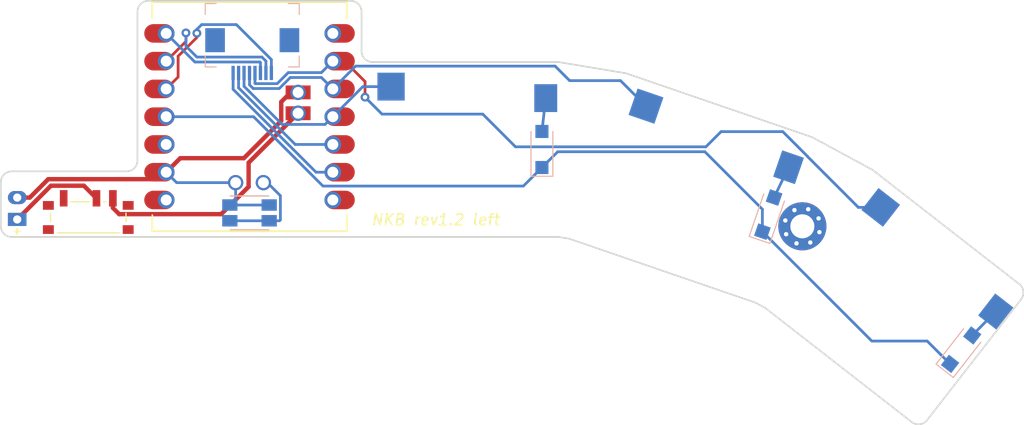
<source format=kicad_pcb>
(kicad_pcb (version 20221018) (generator pcbnew)
  (title_block (title "left_thumbs") (rev "rev1.2") (company "nikservik"))
  (layers (0 "F.Cu" signal) (31 "B.Cu" signal) (34 "B.Paste" user) (35 "F.Paste" user) (36 "B.SilkS" user "B.Silkscreen") (37 "F.SilkS" user "F.Silkscreen") (38 "B.Mask" user) (39 "F.Mask" user) (44 "Edge.Cuts" user))
  (net 0 "")
  (net 1 "CT3")
  (net 2 "RLT4")
  (net 3 "S1_s2d")
  (net 4 "CT4")
  (net 5 "S2_s2d")
  (net 6 "CT5")
  (net 7 "S3_s2d")
  (net 8 "P0")
  (net 9 "CT1")
  (net 10 "CT2")
  (net 11 "P6")
  (net 12 "RLT1")
  (net 13 "RLT2")
  (net 14 "RLT3")
  (net 15 "RAW3V3")
  (net 16 "GND")
  (net 17 "RAW5V")
  (net 18 "BATP")
  (net 19 "RST")
  (net 20 "BAT_P")
  (footprint "GateronLowProfileSwitch" (layer "F.Cu") (at 240.291967 41.88441)
    (fp_text reference "S1" hide)
    (fp_text value "" hide)
    (pad "" np_thru_hole circle (at -2.6 -5.75) (size 3 3) (drill 3) (layers "*.Cu" "*.Mask"))
    (pad "" np_thru_hole circle (at 0 0) (size 5.1 5.1) (drill 5.1) (layers "*.Cu" "*.Mask"))
    (pad "" np_thru_hole circle (at 4.4 -4.7) (size 3 3) (drill 3) (layers "*.Cu" "*.Mask"))
    (pad "1" smd rect (at -6.3 -5.75) (size 2.5 2.55) (layers "B.Cu" "B.Paste" "B.Mask") (net 1 "CT3"))
    (pad "2" smd rect (at 7.85 -4.7) (size 2.1 2.55) (layers "B.Cu" "B.Paste" "B.Mask") (net 3 "S1_s2d"))
  )
  (footprint "power_switch" (layer "F.Cu") (at 206.291967 48.08441 -90)
    (fp_text reference "SW1" hide)
    (fp_text value "" (at 0 0 -90) (layer "F.SilkS") (effects (font (size 1.27 1.27))))
    (fp_line (start -1.425 -1.4) (end -1.425 -1.6) (stroke (width 0.12)) (layer "F.SilkS"))
    (fp_line (start -1.425 1.6) (end -1.425 -0.1) (stroke (width 0.12)) (layer "F.SilkS"))
    (fp_line (start -0.375 3.45) (end 0.415 3.45) (stroke (width 0.12)) (layer "F.SilkS"))
    (fp_line (start 0.415 -3.45) (end -0.375 -3.45) (stroke (width 0.12)) (layer "F.SilkS"))
    (fp_line (start 1.425 2.85) (end 1.425 -2.85) (stroke (width 0.12)) (layer "F.SilkS"))
    (pad "" smd rect (at -1.085 -3.65) (size 1 0.8) (layers "F.Cu" "F.Paste" "F.Mask"))
    (pad "" smd rect (at -1.085 3.65) (size 1 0.8) (layers "F.Cu" "F.Paste" "F.Mask"))
    (pad "" np_thru_hole circle (at 0.025 -1.5) (size 0.9 0.9) (drill 0.9) (layers "*.Cu" "*.Mask"))
    (pad "" np_thru_hole circle (at 0.025 1.5) (size 0.9 0.9) (drill 0.9) (layers "*.Cu" "*.Mask"))
    (pad "" smd rect (at 1.125 -3.65) (size 1 0.8) (layers "F.Cu" "F.Paste" "F.Mask"))
    (pad "" smd rect (at 1.125 3.65) (size 1 0.8) (layers "F.Cu" "F.Paste" "F.Mask"))
    (pad "1" smd rect (at -1.735 2.25) (size 0.7 1.5) (layers "F.Cu" "F.Paste" "F.Mask"))
    (pad "2" smd rect (at -1.735 -0.75) (size 0.7 1.5) (layers "F.Cu" "F.Paste" "F.Mask") (net 20 "BAT_P"))
    (pad "3" smd rect (at -1.735 -2.25) (size 0.7 1.5) (layers "F.Cu" "F.Paste" "F.Mask") (net 18 "BATP"))
  )
  (footprint "sw_reset_side" (layer "F.Cu") (at 221.041967 47.68441 -90)
    (fp_text reference "SW2" hide)
    (fp_text value "" (at 0 0 -90) (layer "F.SilkS") (effects (font (size 1.27 1.27))))
    (fp_line (start -1.55 -1.75) (end -1.55 1.75) (stroke (width 0.12)) (layer "B.SilkS"))
    (fp_line (start 1.55 1.75) (end 1.55 -1.75) (stroke (width 0.12)) (layer "B.SilkS"))
    (pad "1" smd rect (at -0.72 -1.8 180) (size 1.4 1.05) (layers "B.Cu" "B.Paste" "B.Mask") (net 16 "GND"))
    (pad "1" smd rect (at -0.72 1.8 180) (size 1.4 1.05) (layers "B.Cu" "B.Paste" "B.Mask") (net 16 "GND"))
    (pad "2" smd rect (at 0.72 -1.8 180) (size 1.4 1.05) (layers "B.Cu" "B.Paste" "B.Mask") (net 19 "RST"))
    (pad "2" smd rect (at 0.72 1.8 180) (size 1.4 1.05) (layers "B.Cu" "B.Paste" "B.Mask") (net 19 "RST"))
  )
  (footprint "MountingHole_2.2mm_M2_Pad_Via" (layer "F.Cu") (at 271.61651 48.91199 -18.952)
    (fp_text reference "_3" hide)
    (fp_text value "" (at 0 0 -18.952) (layer "F.SilkS") (effects (font (size 1.27 1.27))))
    (pad "1" thru_hole circle (at -1.65 0) (size 0.7 0.7) (drill 0.4) (layers "*.Cu" "*.Mask"))
    (pad "1" thru_hole circle (at -1.166726 -1.166726) (size 0.7 0.7) (drill 0.4) (layers "*.Cu" "*.Mask"))
    (pad "1" thru_hole circle (at -1.166726 1.166726) (size 0.7 0.7) (drill 0.4) (layers "*.Cu" "*.Mask"))
    (pad "1" thru_hole circle (at 0 -1.65) (size 0.7 0.7) (drill 0.4) (layers "*.Cu" "*.Mask"))
    (pad "1" thru_hole circle (at 0 0) (size 4.4 4.4) (drill 2.2) (layers "*.Cu" "*.Mask"))
    (pad "1" thru_hole circle (at 0 1.65) (size 0.7 0.7) (drill 0.4) (layers "*.Cu" "*.Mask"))
    (pad "1" thru_hole circle (at 1.166726 -1.166726) (size 0.7 0.7) (drill 0.4) (layers "*.Cu" "*.Mask"))
    (pad "1" thru_hole circle (at 1.166726 1.166726) (size 0.7 0.7) (drill 0.4) (layers "*.Cu" "*.Mask"))
    (pad "1" thru_hole circle (at 1.65 0) (size 0.7 0.7) (drill 0.4) (layers "*.Cu" "*.Mask"))
  )
  (footprint "GateronLowProfileSwitch" (layer "F.Cu") (at 261.401967 45.40441 -18.952)
    (fp_text reference "S2" hide)
    (fp_text value "" hide)
    (pad "" np_thru_hole circle (at -2.6 -5.75) (size 3 3) (drill 3) (layers "*.Cu" "*.Mask"))
    (pad "" np_thru_hole circle (at 0 0) (size 5.1 5.1) (drill 5.1) (layers "*.Cu" "*.Mask"))
    (pad "" np_thru_hole circle (at 4.4 -4.7) (size 3 3) (drill 3) (layers "*.Cu" "*.Mask"))
    (pad "1" smd rect (at -6.3 -5.75 341.048) (size 2.5 2.55) (layers "B.Cu" "B.Paste" "B.Mask") (net 4 "CT4"))
    (pad "2" smd rect (at 7.85 -4.7 341.048) (size 2.1 2.55) (layers "B.Cu" "B.Paste" "B.Mask") (net 5 "S2_s2d"))
  )
  (footprint "Seeeduino XIAO nRF52840" (layer "F.Cu") (at 221.041967 38.88441 180)
    (fp_text reference "" (at 0 0 180) (layer "F.SilkS") (effects (font (size 1.27 1.27))))
    (fp_text value "" (at 0 0 180) (layer "F.SilkS") (effects (font (size 1.27 1.27))))
    (fp_line (start -8.89 -10.48) (end -8.89 -9) (stroke (width 0.15)) (layer "F.SilkS"))
    (fp_line (start -8.89 10.48) (end -8.89 9) (stroke (width 0.15)) (layer "F.SilkS"))
    (fp_line (start -8.89 10.48) (end 8.89 10.48) (stroke (width 0.15)) (layer "F.SilkS"))
    (fp_line (start 8.89 -10.48) (end -8.89 -10.48) (stroke (width 0.15)) (layer "F.SilkS"))
    (fp_line (start 8.89 -10.48) (end 8.89 -9) (stroke (width 0.15)) (layer "F.SilkS"))
    (fp_line (start 8.89 10.48) (end 8.89 9) (stroke (width 0.15)) (layer "F.SilkS"))
    (pad "" thru_hole circle (at -4.445 0.317) (size 1.4 1.4) (drill 1) (layers "*.Cu" "*.Mask") (net 18 "BATP"))
    (pad "" smd rect (at -4.445 0.317 180) (size 2.286 1.27) (layers "F.Cu" "F.Paste" "F.Mask") (net 18 "BATP"))
    (pad "" thru_hole circle (at -4.445 2.222) (size 1.4 1.4) (drill 1) (layers "*.Cu" "*.Mask") (net 16 "GND"))
    (pad "" smd rect (at -4.445 2.222 180) (size 2.286 1.27) (layers "F.Cu" "F.Paste" "F.Mask") (net 16 "GND"))
    (pad "" thru_hole circle (at -1.27 -6.033) (size 1.4 1.4) (drill 1) (layers "*.Cu" "*.Mask") (net 19 "RST"))
    (pad "" thru_hole circle (at 1.27 -6.033) (size 1.4 1.4) (drill 1) (layers "*.Cu" "*.Mask") (net 16 "GND"))
    (pad "1" smd oval (at -8.255 -7.62 180) (size 2.75 1.7) (layers "F.Cu" "F.Paste" "F.Mask") (net 8 "P0"))
    (pad "1" thru_hole circle (at -7.62 -7.62) (size 1.53 1.53) (drill 1) (layers "*.Cu" "*.Mask") (net 8 "P0"))
    (pad "2" smd oval (at -8.255 -5.08 180) (size 2.75 1.7) (layers "F.Cu" "F.Paste" "F.Mask") (net 9 "CT1"))
    (pad "2" thru_hole circle (at -7.62 -5.08) (size 1.53 1.53) (drill 1) (layers "*.Cu" "*.Mask") (net 9 "CT1"))
    (pad "3" smd oval (at -8.255 -2.54 180) (size 2.75 1.7) (layers "F.Cu" "F.Paste" "F.Mask") (net 10 "CT2"))
    (pad "3" thru_hole circle (at -7.62 -2.54) (size 1.53 1.53) (drill 1) (layers "*.Cu" "*.Mask") (net 10 "CT2"))
    (pad "4" smd oval (at -8.255 0 180) (size 2.75 1.7) (layers "F.Cu" "F.Paste" "F.Mask") (net 1 "CT3"))
    (pad "4" thru_hole circle (at -7.62 0) (size 1.53 1.53) (drill 1) (layers "*.Cu" "*.Mask") (net 1 "CT3"))
    (pad "5" smd oval (at -8.255 2.54 180) (size 2.75 1.7) (layers "F.Cu" "F.Paste" "F.Mask") (net 4 "CT4"))
    (pad "5" thru_hole circle (at -7.62 2.54) (size 1.53 1.53) (drill 1) (layers "*.Cu" "*.Mask") (net 4 "CT4"))
    (pad "6" smd oval (at -8.255 5.08 180) (size 2.75 1.7) (layers "F.Cu" "F.Paste" "F.Mask") (net 6 "CT5"))
    (pad "6" thru_hole circle (at -7.62 5.08) (size 1.53 1.53) (drill 1) (layers "*.Cu" "*.Mask") (net 6 "CT5"))
    (pad "7" smd oval (at -8.255 7.62 180) (size 2.75 1.7) (layers "F.Cu" "F.Paste" "F.Mask") (net 11 "P6"))
    (pad "7" thru_hole circle (at -7.62 7.62) (size 1.53 1.53) (drill 1) (layers "*.Cu" "*.Mask") (net 11 "P6"))
    (pad "8" thru_hole circle (at 7.62 7.62) (size 1.53 1.53) (drill 1) (layers "*.Cu" "*.Mask") (net 12 "RLT1"))
    (pad "8" smd oval (at 8.255 7.62 180) (size 2.75 1.7) (layers "F.Cu" "F.Paste" "F.Mask") (net 12 "RLT1"))
    (pad "9" thru_hole circle (at 7.62 5.08) (size 1.53 1.53) (drill 1) (layers "*.Cu" "*.Mask") (net 13 "RLT2"))
    (pad "9" smd oval (at 8.255 5.08 180) (size 2.75 1.7) (layers "F.Cu" "F.Paste" "F.Mask") (net 13 "RLT2"))
    (pad "10" thru_hole circle (at 7.62 2.54) (size 1.53 1.53) (drill 1) (layers "*.Cu" "*.Mask") (net 14 "RLT3"))
    (pad "10" smd oval (at 8.255 2.54 180) (size 2.75 1.7) (layers "F.Cu" "F.Paste" "F.Mask") (net 14 "RLT3"))
    (pad "11" thru_hole circle (at 7.62 0) (size 1.53 1.53) (drill 1) (layers "*.Cu" "*.Mask") (net 2 "RLT4"))
    (pad "11" smd oval (at 8.255 0 180) (size 2.75 1.7) (layers "F.Cu" "F.Paste" "F.Mask") (net 2 "RLT4"))
    (pad "12" thru_hole circle (at 7.62 -2.54) (size 1.53 1.53) (drill 1) (layers "*.Cu" "*.Mask") (net 15 "RAW3V3"))
    (pad "12" smd oval (at 8.255 -2.54 180) (size 2.75 1.7) (layers "F.Cu" "F.Paste" "F.Mask") (net 15 "RAW3V3"))
    (pad "13" thru_hole circle (at 7.62 -5.08) (size 1.53 1.53) (drill 1) (layers "*.Cu" "*.Mask") (net 16 "GND"))
    (pad "13" smd oval (at 8.255 -5.08 180) (size 2.75 1.7) (layers "F.Cu" "F.Paste" "F.Mask") (net 16 "GND"))
    (pad "14" thru_hole circle (at 7.62 -7.62) (size 1.53 1.53) (drill 1) (layers "*.Cu" "*.Mask") (net 17 "RAW5V"))
    (pad "14" smd oval (at 8.255 -7.62 180) (size 2.75 1.7) (layers "F.Cu" "F.Paste" "F.Mask") (net 17 "RAW5V"))
  )
  (footprint "GateronLowProfileSwitch" (layer "F.Cu") (at 280.224404 55.589614 -37.904)
    (fp_text reference "S3" hide)
    (fp_text value "" hide)
    (pad "" np_thru_hole circle (at -2.6 -5.75) (size 3 3) (drill 3) (layers "*.Cu" "*.Mask"))
    (pad "" np_thru_hole circle (at 0 0) (size 5.1 5.1) (drill 5.1) (layers "*.Cu" "*.Mask"))
    (pad "" np_thru_hole circle (at 4.4 -4.7) (size 3 3) (drill 3) (layers "*.Cu" "*.Mask"))
    (pad "1" smd rect (at -6.3 -5.75 322.096) (size 2.5 2.55) (layers "B.Cu" "B.Paste" "B.Mask") (net 6 "CT5"))
    (pad "2" smd rect (at 7.85 -4.7 322.096) (size 2.1 2.55) (layers "B.Cu" "B.Paste" "B.Mask") (net 7 "S3_s2d"))
  )
  (footprint "BatteryPad" (layer "F.Cu") (at 199.791967 47.28441 90)
    (fp_text reference "BAT1" hide)
    (fp_text value "" hide)
    (fp_line (start -2.1 -0.25) (end -2.1 0.25) (stroke (width 0.15)) (layer "F.SilkS"))
    (fp_line (start -1.85 0) (end -2.35 0) (stroke (width 0.15)) (layer "F.SilkS"))
    (pad "1" thru_hole rect (at -1 0 90) (size 1.2 1.7) (drill 0.75) (layers "*.Cu" "*.Mask") (net 20 "BAT_P"))
    (pad "2" thru_hole oval (at 1 0 90) (size 1.2 1.7) (drill 0.75) (layers "*.Cu" "*.Mask") (net 16 "GND"))
  )
  (footprint "SmdDiode" (layer "B.Cu") (at 261.401967 45.40441 -18.952)
    (fp_text reference "" (at 0 0 -18.952) (layer "F.SilkS") (effects (font (size 1.27 1.27))))
    (fp_text value "" (at 0 0 -18.952) (layer "F.SilkS") (effects (font (size 1.27 1.27))))
    (fp_line (start 6.5 2.45) (end 6.5 -1.65) (stroke (width 0.1)) (layer "B.SilkS"))
    (fp_line (start 8.5 -1.65) (end 8.5 2.45) (stroke (width 0.1)) (layer "B.SilkS"))
    (fp_line (start 8.5 2.45) (end 6.5 2.45) (stroke (width 0.1)) (layer "B.SilkS"))
    (pad "1" smd rect (at 7.5 -1.65 341.048) (size 1.2 1.2) (layers "B.Cu" "B.Paste" "B.Mask") (net 5 "S2_s2d"))
    (pad "2" smd rect (at 7.5 1.65 341.048) (size 1.2 1.2) (layers "B.Cu" "B.Paste" "B.Mask") (net 2 "RLT4"))
  )
  (footprint "SmdDiode" (layer "B.Cu") (at 240.291967 41.88441)
    (fp_text reference "" (at 0 0) (layer "F.SilkS") (effects (font (size 1.27 1.27))))
    (fp_text value "" (at 0 0) (layer "F.SilkS") (effects (font (size 1.27 1.27))))
    (fp_line (start 6.5 2.45) (end 6.5 -1.65) (stroke (width 0.1)) (layer "B.SilkS"))
    (fp_line (start 8.5 -1.65) (end 8.5 2.45) (stroke (width 0.1)) (layer "B.SilkS"))
    (fp_line (start 8.5 2.45) (end 6.5 2.45) (stroke (width 0.1)) (layer "B.SilkS"))
    (pad "1" smd rect (at 7.5 -1.65) (size 1.2 1.2) (layers "B.Cu" "B.Paste" "B.Mask") (net 3 "S1_s2d"))
    (pad "2" smd rect (at 7.5 1.65) (size 1.2 1.2) (layers "B.Cu" "B.Paste" "B.Mask") (net 2 "RLT4"))
  )
  (footprint "SmdDiode" (layer "B.Cu") (at 280.224404 55.589614 -37.904)
    (fp_text reference "" (at 0 0 -37.904) (layer "F.SilkS") (effects (font (size 1.27 1.27))))
    (fp_text value "" (at 0 0 -37.904) (layer "F.SilkS") (effects (font (size 1.27 1.27))))
    (fp_line (start 6.5 2.45) (end 6.5 -1.65) (stroke (width 0.1)) (layer "B.SilkS"))
    (fp_line (start 8.5 -1.65) (end 8.5 2.45) (stroke (width 0.1)) (layer "B.SilkS"))
    (fp_line (start 8.5 2.45) (end 6.5 2.45) (stroke (width 0.1)) (layer "B.SilkS"))
    (pad "1" smd rect (at 7.5 -1.65 322.096) (size 1.2 1.2) (layers "B.Cu" "B.Paste" "B.Mask") (net 7 "S3_s2d"))
    (pad "2" smd rect (at 7.5 1.65 322.096) (size 1.2 1.2) (layers "B.Cu" "B.Paste" "B.Mask") (net 2 "RLT4"))
  )
  (footprint "HKWClamshellSocket" (layer "B.Cu") (at 221.291967 31.88441)
    (fp_text reference "_2" hide)
    (fp_text value "" hide)
    (fp_line (start -4.3 -3.35) (end -4.3 -2.35) (stroke (width 0.1)) (layer "B.SilkS"))
    (fp_line (start -4.3 -3.35) (end -3.3 -3.35) (stroke (width 0.1)) (layer "B.SilkS"))
    (fp_line (start -4.3 2.45) (end -4.3 1.45) (stroke (width 0.1)) (layer "B.SilkS"))
    (fp_line (start -4.3 2.45) (end -3.3 2.45) (stroke (width 0.1)) (layer "B.SilkS"))
    (fp_line (start 4.3 -3.35) (end 3.3 -3.35) (stroke (width 0.1)) (layer "B.SilkS"))
    (fp_line (start 4.3 -3.35) (end 4.3 -2.35) (stroke (width 0.1)) (layer "B.SilkS"))
    (fp_line (start 4.3 2.45) (end 3.3 2.45) (stroke (width 0.1)) (layer "B.SilkS"))
    (fp_line (start 4.3 2.45) (end 4.3 1.45) (stroke (width 0.1)) (layer "B.SilkS"))
    (pad "" smd rect (at -3.4 0) (size 1.8 2.2) (layers "B.Cu" "B.Paste" "B.Mask"))
    (pad "" smd rect (at 3.4 0) (size 1.8 2.2) (layers "B.Cu" "B.Paste" "B.Mask"))
    (pad "1" smd rect (at -1.75 3) (size 0.3 1.3) (layers "B.Cu" "B.Paste" "B.Mask") (net 9 "CT1"))
    (pad "2" smd rect (at -1.25 3) (size 0.3 1.3) (layers "B.Cu" "B.Paste" "B.Mask") (net 10 "CT2"))
    (pad "3" smd rect (at -0.75 3) (size 0.3 1.3) (layers "B.Cu" "B.Paste" "B.Mask") (net 1 "CT3"))
    (pad "4" smd rect (at -0.25 3) (size 0.3 1.3) (layers "B.Cu" "B.Paste" "B.Mask") (net 4 "CT4"))
    (pad "5" smd rect (at 0.25 3) (size 0.3 1.3) (layers "B.Cu" "B.Paste" "B.Mask") (net 6 "CT5"))
    (pad "6" smd rect (at 0.75 3) (size 0.3 1.3) (layers "B.Cu" "B.Paste" "B.Mask") (net 12 "RLT1"))
    (pad "7" smd rect (at 1.25 3) (size 0.3 1.3) (layers "B.Cu" "B.Paste" "B.Mask") (net 13 "RLT2"))
    (pad "8" smd rect (at 1.75 3) (size 0.3 1.3) (layers "B.Cu" "B.Paste" "B.Mask") (net 14 "RLT3"))
  )
  (gr_arc (start 249.210807 49.88441) (mid 249.291702 49.887687) (end 249.372066 49.897498) (stroke (width 0.15)) (layer "Edge.Cuts"))
  (gr_arc (start 283.025392 66.641965) (mid 282.359883 67.019965) (end 281.622011 66.816666) (stroke (width 0.15)) (layer "Edge.Cuts"))
  (gr_line (start 231.291967 32.88441) (end 231.291967 29.28441) (stroke (width 0.15)) (layer "Edge.Cuts"))
  (gr_arc (start 210.791967 29.28441) (mid 211.08486 28.577303) (end 211.791967 28.28441) (stroke (width 0.15)) (layer "Edge.Cuts"))
  (gr_line (start 230.291967 28.28441) (end 211.791967 28.28441) (stroke (width 0.15)) (layer "Edge.Cuts"))
  (gr_line (start 283.025393 66.641965) (end 291.626157 55.595388) (stroke (width 0.15)) (layer "Edge.Cuts"))
  (gr_line (start 250.291641 50.047755) (end 267.239118 55.867362) (stroke (width 0.15)) (layer "Edge.Cuts"))
  (gr_line (start 267.387385 55.932114) (end 268.208311 56.372881) (stroke (width 0.15)) (layer "Edge.Cuts"))
  (gr_arc (start 277.964601 43.708674) (mid 278.035868 43.751112) (end 278.103372 43.799311) (stroke (width 0.15)) (layer "Edge.Cuts"))
  (gr_arc (start 291.451455 54.192006) (mid 291.829456 54.857515) (end 291.626157 55.595388) (stroke (width 0.15)) (layer "Edge.Cuts"))
  (gr_line (start 198.291967 44.88441) (end 198.291967 48.88441) (stroke (width 0.15)) (layer "Edge.Cuts"))
  (gr_arc (start 230.291967 28.28441) (mid 230.999074 28.577303) (end 231.291967 29.28441) (stroke (width 0.15)) (layer "Edge.Cuts"))
  (gr_arc (start 198.291967 44.88441) (mid 198.58486 44.177303) (end 199.291967 43.88441) (stroke (width 0.15)) (layer "Edge.Cuts"))
  (gr_line (start 199.291967 49.88441) (end 249.210806 49.88441) (stroke (width 0.15)) (layer "Edge.Cuts"))
  (gr_arc (start 199.291967 49.88441) (mid 198.58486 49.591517) (end 198.291967 48.88441) (stroke (width 0.15)) (layer "Edge.Cuts"))
  (gr_line (start 232.291967 33.88441) (end 249.209362 33.88441) (stroke (width 0.15)) (layer "Edge.Cuts"))
  (gr_line (start 209.791967 43.88441) (end 199.291967 43.88441) (stroke (width 0.15)) (layer "Edge.Cuts"))
  (gr_arc (start 267.239118 55.867362) (mid 267.314563 55.896734) (end 267.387385 55.932114) (stroke (width 0.15)) (layer "Edge.Cuts"))
  (gr_line (start 210.791967 29.28441) (end 210.791967 42.88441) (stroke (width 0.15)) (layer "Edge.Cuts"))
  (gr_arc (start 210.791967 42.88441) (mid 210.499074 43.591517) (end 209.791967 43.88441) (stroke (width 0.15)) (layer "Edge.Cuts"))
  (gr_arc (start 272.434166 40.734238) (mid 272.510925 40.764185) (end 272.584959 40.80035) (stroke (width 0.15)) (layer "Edge.Cuts"))
  (gr_arc (start 249.209363 33.88441) (mid 249.291687 33.887805) (end 249.373453 33.897965) (stroke (width 0.15)) (layer "Edge.Cuts"))
  (gr_arc (start 232.291967 33.88441) (mid 231.58486 33.591517) (end 231.291967 32.88441) (stroke (width 0.15)) (layer "Edge.Cuts"))
  (gr_arc (start 255.406022 34.901453) (mid 255.487209 34.918445) (end 255.566708 34.942107) (stroke (width 0.15)) (layer "Edge.Cuts"))
  (gr_line (start 291.451456 54.192007) (end 278.103372 43.799311) (stroke (width 0.15)) (layer "Edge.Cuts"))
  (gr_line (start 255.406022 34.901453) (end 249.373453 33.897965) (stroke (width 0.15)) (layer "Edge.Cuts"))
  (gr_line (start 277.964601 43.708673) (end 272.584959 40.80035) (stroke (width 0.15)) (layer "Edge.Cuts"))
  (gr_line (start 249.372066 49.897498) (end 250.291641 50.047755) (stroke (width 0.15)) (layer "Edge.Cuts"))
  (gr_line (start 268.208311 56.372881) (end 281.622011 66.816666) (stroke (width 0.15)) (layer "Edge.Cuts"))
  (gr_line (start 272.434167 40.734237) (end 255.566708 34.942107) (stroke (width 0.15)) (layer "Edge.Cuts"))
  (gr_text "NKB rev1.2 left" (at 232.11 48.89) (layer "F.SilkS") (effects (font (size 1 1) (thickness 0.15) italic) (justify left bottom)))
  (segment (start 220.541967 36.107202) (end 224.027175 39.59241) (width 0.25) (layer "B.Cu") (net 1))
  (segment (start 224.027175 39.59241) (end 227.953967 39.59241) (width 0.25) (layer "B.Cu") (net 1))
  (segment (start 227.953967 39.59241) (end 228.661967 38.88441) (width 0.25) (layer "B.Cu") (net 1))
  (segment (start 220.541967 34.88441) (end 220.541967 36.107202) (width 0.25) (layer "B.Cu") (net 1))
  (segment (start 231.411967 36.13441) (end 228.661967 38.88441) (width 0.25) (layer "B.Cu") (net 1))
  (segment (start 233.991967 36.13441) (end 231.411967 36.13441) (width 0.25) (layer "B.Cu") (net 1))
  (segment (start 285.128552 61.499084) (end 283.039468 59.41) (width 0.25) (layer "B.Cu") (net 2))
  (segment (start 246.096377 45.23) (end 247.791967 43.53441) (width 0.25) (layer "B.Cu") (net 2))
  (segment (start 227.755577 45.23) (end 246.096377 45.23) (width 0.25) (layer "B.Cu") (net 2))
  (segment (start 267.959519 47.349519) (end 262.7 42.09) (width 0.25) (layer "B.Cu") (net 2))
  (segment (start 213.421967 38.88441) (end 221.409987 38.88441) (width 0.25) (layer "B.Cu") (net 2))
  (segment (start 267.959519 49.400785) (end 267.959519 47.349519) (width 0.25) (layer "B.Cu") (net 2))
  (segment (start 221.409987 38.88441) (end 227.755577 45.23) (width 0.25) (layer "B.Cu") (net 2))
  (segment (start 249.236377 42.09) (end 247.791967 43.53441) (width 0.25) (layer "B.Cu") (net 2))
  (segment (start 277.968734 59.41) (end 267.959519 49.400785) (width 0.25) (layer "B.Cu") (net 2))
  (segment (start 262.7 42.09) (end 249.236377 42.09) (width 0.25) (layer "B.Cu") (net 2))
  (segment (start 283.039468 59.41) (end 277.968734 59.41) (width 0.25) (layer "B.Cu") (net 2))
  (segment (start 248.141967 37.18441) (end 247.791967 40.23441) (width 0.25) (layer "B.Cu") (net 3))
  (segment (start 221.04441 35.973249) (end 221.380571 36.30941) (width 0.25) (layer "B.Cu") (net 4))
  (segment (start 254.975332 35.58441) (end 250.32441 35.58441) (width 0.25) (layer "B.Cu") (net 4))
  (segment (start 230.746967 34.25941) (end 228.661967 36.34441) (width 0.25) (layer "B.Cu") (net 4))
  (segment (start 250.32441 35.58441) (end 248.99941 34.25941) (width 0.25) (layer "B.Cu") (net 4))
  (segment (start 248.99941 34.25941) (end 230.746967 34.25941) (width 0.25) (layer "B.Cu") (net 4))
  (segment (start 223.76059 36.30941) (end 224.77 35.3) (width 0.25) (layer "B.Cu") (net 4))
  (segment (start 221.04441 34.88441) (end 221.04441 35.973249) (width 0.25) (layer "B.Cu") (net 4))
  (segment (start 221.041967 34.88441) (end 221.04441 34.88441) (width 0.25) (layer "B.Cu") (net 4))
  (segment (start 224.77 35.3) (end 227.617557 35.3) (width 0.25) (layer "B.Cu") (net 4))
  (segment (start 221.380571 36.30941) (end 223.76059 36.30941) (width 0.25) (layer "B.Cu") (net 4))
  (segment (start 227.617557 35.3) (end 228.661967 36.34441) (width 0.25) (layer "B.Cu") (net 4))
  (segment (start 257.310945 37.920023) (end 254.975332 35.58441) (width 0.25) (layer "B.Cu") (net 4))
  (segment (start 270.352873 43.508683) (end 269.03128 46.279674) (width 0.25) (layer "B.Cu") (net 5))
  (segment (start 229.74384 33.80441) (end 228.661967 33.80441) (width 0.25) (layer "F.Cu") (net 6))
  (segment (start 231.61 35.67057) (end 229.74384 33.80441) (width 0.25) (layer "F.Cu") (net 6))
  (segment (start 231.61 37.1) (end 231.61 35.67057) (width 0.25) (layer "F.Cu") (net 6))
  (via (at 231.61 37.1) (size 0.8) (drill 0.4) (layers "F.Cu" "B.Cu") (net 6))
  (segment (start 221.566967 35.85941) (end 223.574194 35.85941) (width 0.25) (layer "B.Cu") (net 6))
  (segment (start 276.742283 47.182283) (end 278.785901 47.182283) (width 0.25) (layer "B.Cu") (net 6))
  (segment (start 227.616377 34.85) (end 228.661967 33.80441) (width 0.25) (layer "B.Cu") (net 6))
  (segment (start 242.38 38.65) (end 245.37 41.64) (width 0.25) (layer "B.Cu") (net 6))
  (segment (start 223.574194 35.85941) (end 224.583604 34.85) (width 0.25) (layer "B.Cu") (net 6))
  (segment (start 221.541967 34.88441) (end 221.541967 35.83441) (width 0.25) (layer "B.Cu") (net 6))
  (segment (start 221.541967 35.83441) (end 221.566967 35.85941) (width 0.25) (layer "B.Cu") (net 6))
  (segment (start 264.18 40.25) (end 269.82585 40.25) (width 0.25) (layer "B.Cu") (net 6))
  (segment (start 272.085043 42.525043) (end 276.742283 47.182283) (width 0.25) (layer "B.Cu") (net 6))
  (segment (start 245.37 41.64) (end 262.79 41.64) (width 0.25) (layer "B.Cu") (net 6))
  (segment (start 233.16 38.65) (end 242.38 38.65) (width 0.25) (layer "B.Cu") (net 6))
  (segment (start 272.085043 42.509193) (end 272.085043 42.525043) (width 0.25) (layer "B.Cu") (net 6))
  (segment (start 262.79 41.64) (end 264.18 40.25) (width 0.25) (layer "B.Cu") (net 6))
  (segment (start 224.583604 34.85) (end 227.616377 34.85) (width 0.25) (layer "B.Cu") (net 6))
  (segment (start 231.61 37.1) (end 233.16 38.65) (width 0.25) (layer "B.Cu") (net 6))
  (segment (start 269.82585 40.25) (end 272.085043 42.509193) (width 0.25) (layer "B.Cu") (net 6))
  (segment (start 289.305777 56.703692) (end 287.155874 58.895248) (width 0.25) (layer "B.Cu") (net 7))
  (segment (start 219.541967 34.88441) (end 219.541967 36.379994) (width 0.25) (layer "B.Cu") (net 9))
  (segment (start 227.126383 43.96441) (end 228.661967 43.96441) (width 0.25) (layer "B.Cu") (net 9))
  (segment (start 219.541967 36.379994) (end 227.126383 43.96441) (width 0.25) (layer "B.Cu") (net 9))
  (segment (start 220.041967 34.88441) (end 220.041967 36.243598) (width 0.25) (layer "B.Cu") (net 10))
  (segment (start 225.222779 41.42441) (end 228.661967 41.42441) (width 0.25) (layer "B.Cu") (net 10))
  (segment (start 220.041967 36.243598) (end 225.222779 41.42441) (width 0.25) (layer "B.Cu") (net 10))
  (segment (start 221.987557 33.88) (end 216.037557 33.88) (width 0.25) (layer "B.Cu") (net 12))
  (segment (start 222.041967 33.93441) (end 221.987557 33.88) (width 0.25) (layer "B.Cu") (net 12))
  (segment (start 222.041967 34.88441) (end 222.041967 33.93441) (width 0.25) (layer "B.Cu") (net 12))
  (segment (start 216.037557 33.88) (end 213.421967 31.26441) (width 0.25) (layer "B.Cu") (net 12))
  (segment (start 215.22656 31.999817) (end 213.421967 33.80441) (width 0.25) (layer "F.Cu") (net 13))
  (segment (start 215.22656 31.218304) (end 215.22656 31.999817) (width 0.25) (layer "F.Cu") (net 13))
  (via (at 215.22656 31.218304) (size 0.8) (drill 0.4) (layers "F.Cu" "B.Cu") (net 13))
  (segment (start 216.223953 33.43) (end 222.173953 33.43) (width 0.25) (layer "B.Cu") (net 13))
  (segment (start 215.22656 32.432607) (end 216.223953 33.43) (width 0.25) (layer "B.Cu") (net 13))
  (segment (start 222.173953 33.43) (end 222.541967 33.798014) (width 0.25) (layer "B.Cu") (net 13))
  (segment (start 215.22656 31.218304) (end 215.22656 32.432607) (width 0.25) (layer "B.Cu") (net 13))
  (segment (start 222.541967 33.798014) (end 222.541967 34.88441) (width 0.25) (layer "B.Cu") (net 13))
  (segment (start 216.22556 31.637213) (end 214.511967 33.350806) (width 0.25) (layer "F.Cu") (net 14))
  (segment (start 214.511967 35.25441) (end 213.421967 36.34441) (width 0.25) (layer "F.Cu") (net 14))
  (segment (start 216.22556 31.25) (end 216.22556 31.637213) (width 0.25) (layer "F.Cu") (net 14))
  (segment (start 214.511967 33.350806) (end 214.511967 35.25441) (width 0.25) (layer "F.Cu") (net 14))
  (via (at 216.22556 31.25) (size 0.8) (drill 0.4) (layers "F.Cu" "B.Cu") (net 14))
  (segment (start 216.666967 30.45941) (end 219.839759 30.45941) (width 0.25) (layer "B.Cu") (net 14))
  (segment (start 223.041967 33.661618) (end 223.041967 34.88441) (width 0.25) (layer "B.Cu") (net 14))
  (segment (start 216.22556 30.900817) (end 216.666967 30.45941) (width 0.25) (layer "B.Cu") (net 14))
  (segment (start 219.839759 30.45941) (end 223.041967 33.661618) (width 0.25) (layer "B.Cu") (net 14))
  (segment (start 216.22556 31.25) (end 216.22556 30.900817) (width 0.25) (layer "B.Cu") (net 14))
  (segment (start 212.786967 44.59941) (end 213.421967 43.96441) (width 0.4) (layer "F.Cu") (net 16))
  (segment (start 223.943967 39.261882) (end 223.943967 37.53241) (width 0.4) (layer "F.Cu") (net 16))
  (segment (start 214.706377 42.68) (end 220.525849 42.68) (width 0.4) (layer "F.Cu") (net 16))
  (segment (start 223.943967 37.53241) (end 224.813967 36.66241) (width 0.4) (layer "F.Cu") (net 16))
  (segment (start 220.525849 42.68) (end 223.943967 39.261882) (width 0.4) (layer "F.Cu") (net 16))
  (segment (start 213.421967 43.96441) (end 214.706377 42.68) (width 0.4) (layer "F.Cu") (net 16))
  (segment (start 224.813967 36.66241) (end 225.486967 36.66241) (width 0.4) (layer "F.Cu") (net 16))
  (segment (start 225.486967 36.66241) (end 224.978967 36.66241) (width 0.25) (layer "F.Cu") (net 16))
  (segment (start 200.943439 46.28441) (end 202.628439 44.59941) (width 0.4) (layer "F.Cu") (net 16))
  (segment (start 202.628439 44.59941) (end 212.786967 44.59941) (width 0.4) (layer "F.Cu") (net 16))
  (segment (start 199.791967 46.28441) (end 200.943439 46.28441) (width 0.4) (layer "F.Cu") (net 16))
  (segment (start 219.771967 44.91741) (end 219.771967 46.43441) (width 0.25) (layer "B.Cu") (net 16))
  (segment (start 219.771967 46.43441) (end 219.241967 46.96441) (width 0.25) (layer "B.Cu") (net 16))
  (segment (start 219.771967 44.91741) (end 214.374967 44.91741) (width 0.25) (layer "B.Cu") (net 16))
  (segment (start 219.241967 46.96441) (end 222.841967 46.96441) (width 0.25) (layer "B.Cu") (net 16))
  (segment (start 214.374967 44.91741) (end 213.421967 43.96441) (width 0.25) (layer "B.Cu") (net 16))
  (segment (start 218.452557 47.79941) (end 220.96 45.291967) (width 0.4) (layer "F.Cu") (net 18))
  (segment (start 209.11941 47.79941) (end 218.452557 47.79941) (width 0.4) (layer "F.Cu") (net 18))
  (segment (start 220.96 45.291967) (end 220.96 43.094377) (width 0.4) (layer "F.Cu") (net 18))
  (segment (start 208.541967 47.221967) (end 209.11941 47.79941) (width 0.4) (layer "F.Cu") (net 18))
  (segment (start 220.96 43.094377) (end 225.486967 38.56741) (width 0.4) (layer "F.Cu") (net 18))
  (segment (start 208.541967 46.34941) (end 208.541967 47.221967) (width 0.4) (layer "F.Cu") (net 18))
  (segment (start 223.866967 46.11441) (end 222.669967 44.91741) (width 0.25) (layer "B.Cu") (net 19))
  (segment (start 219.241967 48.40441) (end 222.841967 48.40441) (width 0.25) (layer "B.Cu") (net 19))
  (segment (start 222.841967 48.40441) (end 223.791967 48.40441) (width 0.25) (layer "B.Cu") (net 19))
  (segment (start 223.866967 48.32941) (end 223.866967 46.11441) (width 0.25) (layer "B.Cu") (net 19))
  (segment (start 222.669967 44.91741) (end 222.311967 44.91741) (width 0.25) (layer "B.Cu") (net 19))
  (segment (start 223.791967 48.40441) (end 223.866967 48.32941) (width 0.25) (layer "B.Cu") (net 19))
  (segment (start 205.891967 45.19941) (end 207.041967 46.34941) (width 0.4) (layer "F.Cu") (net 20))
  (segment (start 202.876967 45.19941) (end 205.891967 45.19941) (width 0.4) (layer "F.Cu") (net 20))
  (segment (start 199.791967 48.28441) (end 202.876967 45.19941) (width 0.4) (layer "F.Cu") (net 20))
)
</source>
